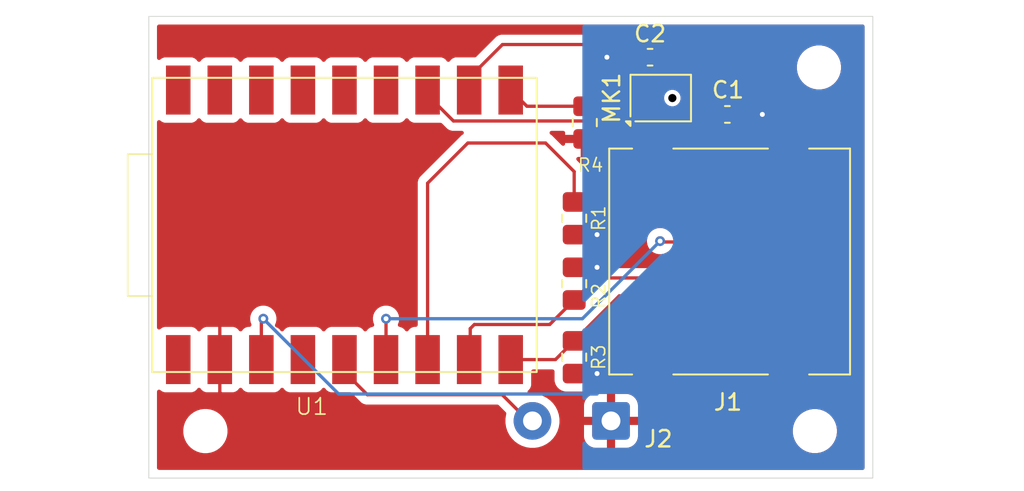
<source format=kicad_pcb>
(kicad_pcb (version 20241229) (generator "pcbnew") (generator_version "9.0")
  (title_block (title "TG Voice Recorder") (rev "1") (company "fxgn"))
  (layers (0 "F.Cu" signal) (2 "B.Cu" signal) (13 "F.Paste" user) (15 "B.Paste" user) (5 "F.SilkS" user "F.Silkscreen") (7 "B.SilkS" user "B.Silkscreen") (1 "F.Mask" user) (3 "B.Mask" user) (25 "Edge.Cuts" user))
  (net 0 "")
  (net 1 "GND")
  (net 2 "+3.3V")
  (net 3 "/MISO")
  (net 5 "/SCLK")
  (net 6 "/CS")
  (net 8 "/MOSI")
  (net 9 "/BTTN")
  (net 10 "/WS")
  (net 19 "/SD")
  (net 20 "/SCK")
  (footprint "MountingHole:MountingHole_2.2mm_M2_DIN965" (layer "F.Cu") (at 54.5 46)
    (property "Reference" "REF**" (hide yes))
    (property "Value" "MountingHole_2.2mm_M2_DIN965")
    (pad "" np_thru_hole circle (at 0 0) (size 2.2 2.2) (drill 2.2) (layers "*.Cu" "*.Mask"))
  )
  (footprint "Connector_Wire:SolderWire-0.5sqmm_1x02_P4.8mm_D0.9mm_OD2.3mm" (layer "F.Cu") (at 79.29 45.375 180)
    (property "Reference" "J2" (at -2.8975 -1.105 0) (layer "F.SilkS"))
    (property "Value" "Push_Button_Ext")
    (pad "1" thru_hole roundrect (at 0 0 180) (size 2.3 2.3) (drill 1.15) (layers "*.Cu" "*.Mask") (roundrect_rratio 0.108696) (net 1 "GND"))
    (pad "2" thru_hole circle (at 4.8 0 180) (size 2.3 2.3) (drill 1.15) (layers "*.Cu" "*.Mask") (net 9 "/BTTN"))
  )
  (footprint "MountingHole:MountingHole_2.2mm_M2_DIN965" (layer "F.Cu") (at 92 23.75)
    (property "Reference" "REF**" (hide yes))
    (property "Value" "MountingHole_2.2mm_M2_DIN965")
    (pad "" np_thru_hole circle (at 0 0) (size 2.2 2.2) (drill 2.2) (layers "*.Cu" "*.Mask"))
  )
  (footprint "Sensor_Audio:InvenSense_ICS-43434-6_3.5x2.65mm" (layer "F.Cu") (at 82.33 25.625 90)
    (property "Reference" "MK1" (at 0 -3 90) (layer "F.SilkS"))
    (property "Value" "ICS-43434")
    (fp_line (start 1.425 -1.85) (end 1.425 1.85) (stroke (width 0.12)) (layer "F.SilkS"))
    (fp_line (start -1.125 -1.85) (end 1.425 -1.85) (stroke (width 0.12)) (layer "F.SilkS"))
    (fp_line (start 1.425 1.85) (end -1.425 1.85) (stroke (width 0.12)) (layer "F.SilkS"))
    (fp_line (start -1.425 1.85) (end -1.425 -1.55) (stroke (width 0.12)) (layer "F.SilkS"))
    (fp_poly (pts (xy -1.425 -1.85) (xy -1.705 -1.85) (xy -1.425 -2.13) (xy -1.425 -1.85)) (stroke (width 0.12)) (fill yes) (layer "F.SilkS"))
    (pad "" np_thru_hole circle (at 0 0.71 90) (size 0.5 0.5) (drill 0.5) (layers "*.Mask"))
    (pad "1" smd rect (at -0.9 -1.364 90) (size 0.6 0.522) (layers "F.Cu" "F.Mask") (net 10 "/WS"))
    (pad "2" smd rect (at -0.9 -0.542 90) (size 0.6 0.522) (layers "F.Cu" "F.Mask") (net 1 "GND"))
    (pad "3" smd custom (at 0.6625 0.71 180) (size 0.3 0.3) (layers "F.Cu" "F.Mask") (net 1 "GND") (options (clearance outline) (anchor circle)) (primitives (gr_circle (center 0 -0.6625) (end 0.6625 -0.6625) (width 0.3) (fill no))))
    (pad "4" smd rect (at 0.9 -0.542 90) (size 0.6 0.522) (layers "F.Cu" "F.Mask") (net 20 "/SCK"))
    (pad "5" smd rect (at 0.9 -1.364 90) (size 0.6 0.522) (layers "F.Cu" "F.Mask") (net 2 "+3.3V"))
    (pad "6" smd rect (at 0 -1.364 90) (size 0.6 0.522) (layers "F.Cu" "F.Mask") (net 19 "/SD"))
  )
  (footprint "Resistor_SMD:R_0805_2012Metric_Pad1.20x1.40mm_HandSolder" (layer "F.Cu") (at 77.04 41.48 -90)
    (property "Reference" "R3" (at 0 -1.4975 270) (layer "F.SilkS") (effects (font (size 0.8 0.8) (thickness 0.1))))
    (property "Value" "10k")
    (fp_line (start -0.227064 0.735) (end 0.227064 0.735) (stroke (width 0.12)) (layer "F.SilkS"))
    (fp_line (start -0.227064 -0.735) (end 0.227064 -0.735) (stroke (width 0.12)) (layer "F.SilkS"))
    (pad "1" smd roundrect (at -1 0 270) (size 1.2 1.4) (layers "F.Cu" "F.Mask" "F.Paste") (roundrect_rratio 0.208333) (net 6 "/CS"))
    (pad "2" smd roundrect (at 1 0 270) (size 1.2 1.4) (layers "F.Cu" "F.Mask" "F.Paste") (roundrect_rratio 0.208333) (net 2 "+3.3V"))
  )
  (footprint "Connector_Card:microSD_HC_Molex_47219-2001" (layer "F.Cu") (at 86.54 35.625 90)
    (property "Reference" "J1" (at -8.605 -0.1025 0) (layer "F.SilkS"))
    (property "Value" "Micro_SD_Card")
    (fp_line (start 6.91 -7.36) (end 6.91 -5.96) (stroke (width 0.12)) (layer "F.SilkS"))
    (fp_line (start -6.91 -7.36) (end 6.91 -7.36) (stroke (width 0.12)) (layer "F.SilkS"))
    (fp_line (start -6.91 -7.36) (end -6.91 -5.96) (stroke (width 0.12)) (layer "F.SilkS"))
    (fp_line (start 6.91 -3.44) (end 6.91 2.34) (stroke (width 0.12)) (layer "F.SilkS"))
    (fp_line (start -6.91 2.34) (end -6.91 -3.44) (stroke (width 0.12)) (layer "F.SilkS"))
    (fp_line (start 6.91 4.86) (end 6.91 7.36) (stroke (width 0.12)) (layer "F.SilkS"))
    (fp_line (start -6.91 4.86) (end -6.91 7.36) (stroke (width 0.12)) (layer "F.SilkS"))
    (fp_line (start -6.91 7.36) (end 6.91 7.36) (stroke (width 0.12)) (layer "F.SilkS"))
    (pad "1" smd rect (at -3.205 -2.1 90) (size 0.8 1.5) (layers "F.Cu" "F.Mask" "F.Paste"))
    (pad "2" smd rect (at -2.105 -2.1 90) (size 0.8 1.5) (layers "F.Cu" "F.Mask" "F.Paste") (net 6 "/CS"))
    (pad "3" smd rect (at -1.005 -2.1 90) (size 0.8 1.5) (layers "F.Cu" "F.Mask" "F.Paste") (net 8 "/MOSI"))
    (pad "4" smd rect (at 0.095 -2.1 90) (size 0.8 1.5) (layers "F.Cu" "F.Mask" "F.Paste") (net 2 "+3.3V"))
    (pad "5" smd rect (at 1.195 -2.1 90) (size 0.8 1.5) (layers "F.Cu" "F.Mask" "F.Paste") (net 5 "/SCLK"))
    (pad "6" smd rect (at 2.295 -2.1 90) (size 0.8 1.5) (layers "F.Cu" "F.Mask" "F.Paste") (net 1 "GND"))
    (pad "7" smd rect (at 3.395 -2.1 90) (size 0.8 1.5) (layers "F.Cu" "F.Mask" "F.Paste") (net 3 "/MISO"))
    (pad "8" smd rect (at 4.495 -2.1 90) (size 0.8 1.5) (layers "F.Cu" "F.Mask" "F.Paste"))
    (pad "9" smd roundrect (at -6.875 -4.7 90) (size 1.45 2) (layers "F.Cu" "F.Mask" "F.Paste") (net 1 "GND"))
    (pad "9" smd roundrect (at -6.875 3.6 90) (size 1.45 2) (layers "F.Cu" "F.Mask" "F.Paste") (net 1 "GND"))
    (pad "9" smd roundrect (at 6.875 -4.7 90) (size 1.45 2) (layers "F.Cu" "F.Mask" "F.Paste") (net 1 "GND"))
    (pad "9" smd roundrect (at 6.875 3.6 90) (size 1.45 2) (layers "F.Cu" "F.Mask" "F.Paste") (net 1 "GND"))
  )
  (footprint "Capacitor_SMD:C_0603_1608Metric_Pad1.08x0.95mm_HandSolder" (layer "F.Cu") (at 81.6775 23.125)
    (property "Reference" "C2" (at 0 -1.43 0) (layer "F.SilkS"))
    (property "Value" "100n")
    (fp_line (start -0.146267 -0.51) (end 0.146267 -0.51) (stroke (width 0.12)) (layer "F.SilkS"))
    (fp_line (start -0.146267 0.51) (end 0.146267 0.51) (stroke (width 0.12)) (layer "F.SilkS"))
    (pad "1" smd roundrect (at -0.8625 0) (size 1.075 0.95) (layers "F.Cu" "F.Mask" "F.Paste") (net 2 "+3.3V"))
    (pad "2" smd roundrect (at 0.8625 0) (size 1.075 0.95) (layers "F.Cu" "F.Mask" "F.Paste") (net 1 "GND"))
  )
  (footprint "Resistor_SMD:R_0805_2012Metric_Pad1.20x1.40mm_HandSolder" (layer "F.Cu") (at 77.04 32.98 -90)
    (property "Reference" "R1" (at 0 -1.4975 90) (layer "F.SilkS") (effects (font (size 0.8 0.8) (thickness 0.1))))
    (property "Value" "10k")
    (fp_line (start -0.227064 0.735) (end 0.227064 0.735) (stroke (width 0.12)) (layer "F.SilkS"))
    (fp_line (start -0.227064 -0.735) (end 0.227064 -0.735) (stroke (width 0.12)) (layer "F.SilkS"))
    (pad "1" smd roundrect (at -1 0 270) (size 1.2 1.4) (layers "F.Cu" "F.Mask" "F.Paste") (roundrect_rratio 0.208333) (net 3 "/MISO"))
    (pad "2" smd roundrect (at 1 0 270) (size 1.2 1.4) (layers "F.Cu" "F.Mask" "F.Paste") (roundrect_rratio 0.208333) (net 2 "+3.3V"))
  )
  (footprint "Resistor_SMD:R_0805_2012Metric_Pad1.20x1.40mm_HandSolder" (layer "F.Cu") (at 77.04 36.98 90)
    (property "Reference" "R2" (at -0.75 1.4975 90) (layer "F.SilkS") (effects (font (size 0.8 0.8) (thickness 0.1))))
    (property "Value" "10k")
    (fp_line (start -0.227064 -0.735) (end 0.227064 -0.735) (stroke (width 0.12)) (layer "F.SilkS"))
    (fp_line (start -0.227064 0.735) (end 0.227064 0.735) (stroke (width 0.12)) (layer "F.SilkS"))
    (pad "1" smd roundrect (at -1 0 90) (size 1.2 1.4) (layers "F.Cu" "F.Mask" "F.Paste") (roundrect_rratio 0.208333) (net 8 "/MOSI"))
    (pad "2" smd roundrect (at 1 0 90) (size 1.2 1.4) (layers "F.Cu" "F.Mask" "F.Paste") (roundrect_rratio 0.208333) (net 2 "+3.3V"))
  )
  (footprint "Waveshare-ESP32:Waveshare-ESP32-C3-Zero" (layer "F.Cu") (at 62.75 33.885 90)
    (property "Reference" "U1" (at -10.615 -1.75 0) (layer "F.SilkS") (effects (font (thickness 0.1))))
    (property "Value" "ESP32-C3-Zero")
    (fp_rect (start -3.85 -11.5) (end 4.83 -13) (stroke (width 0.1)) (fill no) (layer "F.SilkS"))
    (fp_rect (start -8.5 -11.5) (end 9.5 12) (stroke (width 0.12)) (fill no) (layer "F.SilkS"))
    (pad "1" smd rect (at -7.74 -9.91 90) (size 3 1.5) (layers "F.Cu" "F.Mask" "F.Paste"))
    (pad "2" smd rect (at -7.74 -7.37 90) (size 3 1.5) (layers "F.Cu" "F.Mask" "F.Paste") (net 1 "GND"))
    (pad "3" smd rect (at -7.74 -4.83 90) (size 3 1.5) (layers "F.Cu" "F.Mask" "F.Paste") (net 2 "+3.3V"))
    (pad "4" smd rect (at -7.74 -2.29 90) (size 3 1.5) (layers "F.Cu" "F.Mask" "F.Paste"))
    (pad "5" smd rect (at -7.74 0.25 90) (size 3 1.5) (layers "F.Cu" "F.Mask" "F.Paste") (net 9 "/BTTN"))
    (pad "6" smd rect (at -7.74 2.79 90) (size 3 1.5) (layers "F.Cu" "F.Mask" "F.Paste") (net 5 "/SCLK"))
    (pad "7" smd rect (at -7.74 5.33 90) (size 3 1.5) (layers "F.Cu" "F.Mask" "F.Paste") (net 3 "/MISO"))
    (pad "8" smd rect (at -7.74 7.87 90) (size 3 1.5) (layers "F.Cu" "F.Mask" "F.Paste") (net 8 "/MOSI"))
    (pad "9" smd rect (at -7.74 10.41 90) (size 3 1.5) (layers "F.Cu" "F.Mask" "F.Paste") (net 6 "/CS"))
    (pad "10" smd rect (at 8.75 10.41 90) (size 3 1.5) (layers "F.Cu" "F.Mask" "F.Paste") (net 19 "/SD"))
    (pad "11" smd rect (at 8.75 7.87 90) (size 3 1.5) (layers "F.Cu" "F.Mask" "F.Paste") (net 20 "/SCK"))
    (pad "12" smd rect (at 8.75 5.33 90) (size 3 1.5) (layers "F.Cu" "F.Mask" "F.Paste") (net 10 "/WS"))
    (pad "13" smd rect (at 8.75 2.79 90) (size 3 1.5) (layers "F.Cu" "F.Mask" "F.Paste"))
    (pad "14" smd rect (at 8.75 0.25 90) (size 3 1.5) (layers "F.Cu" "F.Mask" "F.Paste"))
    (pad "15" smd rect (at 8.75 -2.29 90) (size 3 1.5) (layers "F.Cu" "F.Mask" "F.Paste"))
    (pad "16" smd rect (at 8.75 -4.83 90) (size 3 1.5) (layers "F.Cu" "F.Mask" "F.Paste"))
    (pad "17" smd rect (at 8.75 -7.37 90) (size 3 1.5) (layers "F.Cu" "F.Mask" "F.Paste"))
    (pad "18" smd rect (at 8.75 -9.91 90) (size 3 1.5) (layers "F.Cu" "F.Mask" "F.Paste"))
    (zone (net 0) (net_name "") (layers "F.Cu" "B.Cu") (connect_pads (clearance 0)) (min_thickness 0.25)
      (keepout (tracks not_allowed) (vias not_allowed) (pads not_allowed) (copperpour not_allowed) (footprints not_allowed))
      (fill (thermal_gap 0.5) (thermal_bridge_width 0.5))
      (polygon (pts (xy 71.25 37.385) (xy 71.25 29.385) (xy 75.75 29.385) (xy 75.75 37.385)))
    )
  )
  (footprint "Resistor_SMD:R_0805_2012Metric_Pad1.20x1.40mm_HandSolder" (layer "F.Cu") (at 77.6875 27.125 90)
    (property "Reference" "R4" (at -2.605 0.35 180) (layer "F.SilkS") (effects (font (size 0.8 0.8) (thickness 0.1))))
    (property "Value" "100k")
    (fp_line (start -0.227064 -0.735) (end 0.227064 -0.735) (stroke (width 0.12)) (layer "F.SilkS"))
    (fp_line (start -0.227064 0.735) (end 0.227064 0.735) (stroke (width 0.12)) (layer "F.SilkS"))
    (pad "1" smd roundrect (at -1 0 90) (size 1.2 1.4) (layers "F.Cu" "F.Mask" "F.Paste") (roundrect_rratio 0.208333) (net 1 "GND"))
    (pad "2" smd roundrect (at 1 0 90) (size 1.2 1.4) (layers "F.Cu" "F.Mask" "F.Paste") (roundrect_rratio 0.208333) (net 19 "/SD"))
  )
  (footprint "MountingHole:MountingHole_2.2mm_M2_DIN965" (layer "F.Cu") (at 91.75 46)
    (property "Reference" "REF**" (hide yes))
    (property "Value" "MountingHole_2.2mm_M2_DIN965")
    (pad "" np_thru_hole circle (at 0 0) (size 2.2 2.2) (drill 2.2) (layers "*.Cu" "*.Mask"))
  )
  (footprint "Capacitor_SMD:C_0603_1608Metric_Pad1.08x0.95mm_HandSolder" (layer "F.Cu") (at 86.4025 26.625 180)
    (property "Reference" "C1" (at -0.035 1.495 0) (layer "F.SilkS"))
    (property "Value" "100n")
    (fp_line (start -0.146267 0.51) (end 0.146267 0.51) (stroke (width 0.12)) (layer "F.SilkS"))
    (fp_line (start -0.146267 -0.51) (end 0.146267 -0.51) (stroke (width 0.12)) (layer "F.SilkS"))
    (pad "1" smd roundrect (at -0.8625 0 180) (size 1.075 0.95) (layers "F.Cu" "F.Mask" "F.Paste") (net 2 "+3.3V"))
    (pad "2" smd roundrect (at 0.8625 0 180) (size 1.075 0.95) (layers "F.Cu" "F.Mask" "F.Paste") (net 1 "GND"))
  )
  (gr_rect (start 51.04 20.625) (end 95.29 48.875) (stroke (width 0.05)) (fill no) (layer "Edge.Cuts"))
  (segment (start 55.38 43.63) (end 55.5 43.75) (width 0.2) (layer "F.Cu") (net 1))
  (segment (start 55.38 38.5375) (end 55.4375 38.48) (width 0.2) (layer "F.Cu") (net 1))
  (segment (start 85.39 33.33) (end 85.54 33.18) (width 0.2) (layer "F.Cu") (net 1))
  (segment (start 84.44 33.33) (end 85.39 33.33) (width 0.2) (layer "F.Cu") (net 1))
  (segment (start 55.38 41.625) (end 55.38 38.5375) (width 0.2) (layer "F.Cu") (net 1))
  (segment (start 85.54 33.18) (end 85.54 26.625) (width 0.2) (layer "F.Cu") (net 1))
  (segment (start 55.38 41.625) (end 55.38 43.63) (width 0.2) (layer "F.Cu") (net 1))
  (segment (start 80.966 23.276) (end 80.815 23.125) (width 0.2) (layer "F.Cu") (net 2))
  (segment (start 80.966 24.725) (end 80.966 23.276) (width 0.2) (layer "F.Cu") (net 2))
  (segment (start 76.9375 33.98) (end 77.04 33.98) (width 0.2) (layer "F.Cu") (net 2))
  (segment (start 78.4375 42.48) (end 77.04 42.48) (width 0.2) (layer "F.Cu") (net 2))
  (segment (start 84.44 35.53) (end 85.39 35.53) (width 0.2) (layer "F.Cu") (net 2))
  (segment (start 87.265 26.625) (end 88.54 26.625) (width 0.2) (layer "F.Cu") (net 2))
  (segment (start 77.04 35.98) (end 78.4375 35.98) (width 0.2) (layer "F.Cu") (net 2))
  (segment (start 85.39 35.53) (end 87.265 33.655) (width 0.2) (layer "F.Cu") (net 2))
  (segment (start 87.265 33.655) (end 87.265 26.625) (width 0.2) (layer "F.Cu") (net 2))
  (segment (start 80.815 23.125) (end 79.04 23.125) (width 0.2) (layer "F.Cu") (net 2))
  (segment (start 77.04 33.98) (end 78.4375 33.98) (width 0.2) (layer "F.Cu") (net 2))
  (segment (start 57.92 41.625) (end 57.92 39.245) (width 0.2) (layer "F.Cu") (net 2))
  (segment (start 57.92 39.245) (end 58.04 39.125) (width 0.2) (layer "F.Cu") (net 2))
  (via (at 78.4375 42.48) (size 0.6) (drill 0.3) (layers "F.Cu" "B.Cu") (net 2))
  (via (at 58.04 39.125) (size 0.6) (drill 0.3) (layers "F.Cu" "B.Cu") (net 2))
  (via (at 88.54 26.625) (size 0.6) (drill 0.3) (layers "F.Cu" "B.Cu") (net 2))
  (via (at 79.04 23.125) (size 0.6) (drill 0.3) (layers "F.Cu" "B.Cu") (net 2))
  (via (at 78.4375 35.98) (size 0.6) (drill 0.3) (layers "F.Cu" "B.Cu") (net 2))
  (via (at 78.4375 33.98) (size 0.6) (drill 0.3) (layers "F.Cu" "B.Cu") (net 2))
  (segment (start 58.04 39.125) (end 62.645 43.73) (width 0.2) (layer "B.Cu") (net 2))
  (segment (start 62.645 43.73) (end 78.4375 43.73) (width 0.2) (layer "B.Cu") (net 2))
  (segment (start 68.08 30.835) (end 68.08 41.625) (width 0.2) (layer "F.Cu") (net 3))
  (segment (start 80.6875 32.23) (end 80.4375 31.98) (width 0.2) (layer "F.Cu") (net 3))
  (segment (start 70.54 28.375) (end 68.08 30.835) (width 0.2) (layer "F.Cu") (net 3))
  (segment (start 84.44 32.23) (end 80.6875 32.23) (width 0.2) (layer "F.Cu") (net 3))
  (segment (start 80.4375 31.98) (end 77.04 31.98) (width 0.2) (layer "F.Cu") (net 3))
  (segment (start 75.29 28.375) (end 70.54 28.375) (width 0.2) (layer "F.Cu") (net 3))
  (segment (start 77.04 30.125) (end 75.29 28.375) (width 0.2) (layer "F.Cu") (net 3))
  (segment (start 77.04 31.98) (end 77.04 30.125) (width 0.2) (layer "F.Cu") (net 3))
  (segment (start 84.44 34.43) (end 82.345 34.43) (width 0.2) (layer "F.Cu") (net 5))
  (segment (start 65.54 39.125) (end 65.54 41.625) (width 0.2) (layer "F.Cu") (net 5))
  (segment (start 82.345 34.43) (end 82.29 34.375) (width 0.2) (layer "F.Cu") (net 5))
  (via (at 82.29 34.375) (size 0.6) (drill 0.3) (layers "F.Cu" "B.Cu") (net 5))
  (via (at 65.54 39.125) (size 0.6) (drill 0.3) (layers "F.Cu" "B.Cu") (net 5))
  (segment (start 82.29 34.375) (end 77.54 39.125) (width 0.2) (layer "B.Cu") (net 5))
  (segment (start 77.54 39.125) (end 65.54 39.125) (width 0.2) (layer "B.Cu") (net 5))
  (segment (start 75.895 41.625) (end 73.16 41.625) (width 0.2) (layer "F.Cu") (net 6))
  (segment (start 77.04 40.48) (end 79.79 37.73) (width 0.2) (layer "F.Cu") (net 6))
  (segment (start 77.04 40.48) (end 75.895 41.625) (width 0.2) (layer "F.Cu") (net 6))
  (segment (start 79.79 37.73) (end 84.44 37.73) (width 0.2) (layer "F.Cu") (net 6))
  (segment (start 70.6875 39.73) (end 70.6875 41.5575) (width 0.2) (layer "F.Cu") (net 8))
  (segment (start 70.6875 41.5575) (end 70.62 41.625) (width 0.2) (layer "F.Cu") (net 8))
  (segment (start 75.54 39.48) (end 70.9375 39.48) (width 0.2) (layer "F.Cu") (net 8))
  (segment (start 84.44 36.63) (end 84.3375 36.63) (width 0.2) (layer "F.Cu") (net 8))
  (segment (start 84.3375 36.63) (end 84.1875 36.48) (width 0.2) (layer "F.Cu") (net 8))
  (segment (start 84.44 36.63) (end 78.39 36.63) (width 0.2) (layer "F.Cu") (net 8))
  (segment (start 77.04 37.98) (end 75.54 39.48) (width 0.2) (layer "F.Cu") (net 8))
  (segment (start 70.9375 39.48) (end 70.6875 39.73) (width 0.2) (layer "F.Cu") (net 8))
  (segment (start 78.39 36.63) (end 77.04 37.98) (width 0.2) (layer "F.Cu") (net 8))
  (segment (start 70.62 41.625) (end 70.62 40.875) (width 0.2) (layer "F.Cu") (net 8))
  (segment (start 64.4 43.775) (end 63 42.375) (width 0.2) (layer "F.Cu") (net 9))
  (segment (start 74.49 45.375) (end 74.24 45.375) (width 0.2) (layer "F.Cu") (net 9))
  (segment (start 63 42.375) (end 63 41.625) (width 0.2) (layer "F.Cu") (net 9))
  (segment (start 72.64 43.775) (end 64.4 43.775) (width 0.2) (layer "F.Cu") (net 9))
  (segment (start 63 41.313) (end 63 41.625) (width 0.2) (layer "F.Cu") (net 9))
  (segment (start 74.24 45.375) (end 72.64 43.775) (width 0.2) (layer "F.Cu") (net 9))
  (segment (start 68.08 25.447) (end 68.08 25.135) (width 0.2) (layer "F.Cu") (net 10))
  (segment (start 69.659 27.026) (end 68.08 25.447) (width 0.2) (layer "F.Cu") (net 10))
  (segment (start 81.04 26.625) (end 80.639 27.026) (width 0.2) (layer "F.Cu") (net 10))
  (segment (start 80.966 26.551) (end 81.04 26.625) (width 0.2) (layer "F.Cu") (net 10))
  (segment (start 80.966 26.525) (end 80.966 26.551) (width 0.2) (layer "F.Cu") (net 10))
  (segment (start 80.639 27.026) (end 69.659 27.026) (width 0.2) (layer "F.Cu") (net 10))
  (segment (start 74.15 26.125) (end 73.16 25.135) (width 0.2) (layer "F.Cu") (net 19))
  (segment (start 77.9265 25.7385) (end 77.6875 25.9775) (width 0.2) (layer "F.Cu") (net 19))
  (segment (start 81.04 25.625) (end 80.9265 25.7385) (width 0.2) (layer "F.Cu") (net 19))
  (segment (start 80.966 25.625) (end 81.04 25.625) (width 0.2) (layer "F.Cu") (net 19))
  (segment (start 80.9265 25.7385) (end 77.9265 25.7385) (width 0.2) (layer "F.Cu") (net 19))
  (segment (start 77.6875 26.125) (end 74.15 26.125) (width 0.2) (layer "F.Cu") (net 19))
  (segment (start 77.6875 25.9775) (end 77.6875 26.125) (width 0.2) (layer "F.Cu") (net 19))
  (segment (start 81.788 24.725) (end 81.6535 24.5905) (width 0.2) (layer "F.Cu") (net 20))
  (segment (start 70.62 24.385) (end 70.62 25.135) (width 0.2) (layer "F.Cu") (net 20))
  (segment (start 72.656 22.349) (end 70.62 24.385) (width 0.2) (layer "F.Cu") (net 20))
  (segment (start 81.6535 22.657866) (end 81.344634 22.349) (width 0.2) (layer "F.Cu") (net 20))
  (segment (start 81.344634 22.349) (end 72.656 22.349) (width 0.2) (layer "F.Cu") (net 20))
  (segment (start 81.6535 24.5905) (end 81.6535 22.657866) (width 0.2) (layer "F.Cu") (net 20))
  (zone (net 1) (net_name "GND") (layer "F.Cu") (connect_pads (clearance 0.5)) (min_thickness 0.25) (fill yes (thermal_gap 0.5) (thermal_bridge_width 0.5))
    (polygon (pts (xy 49.54 19.625) (xy 96.54 19.625) (xy 96.54 49.625) (xy 49.54 49.625)))
  )
  (zone (net 2) (net_name "+3.3V") (layer "B.Cu") (priority 1) (connect_pads (clearance 0.5)) (min_thickness 0.25) (fill yes (thermal_gap 0.5) (thermal_bridge_width 0.5))
    (polygon (pts (xy 77.54 19.625) (xy 96.54 19.625) (xy 96.54 49.625) (xy 77.54 49.625)))
  )
)
</source>
